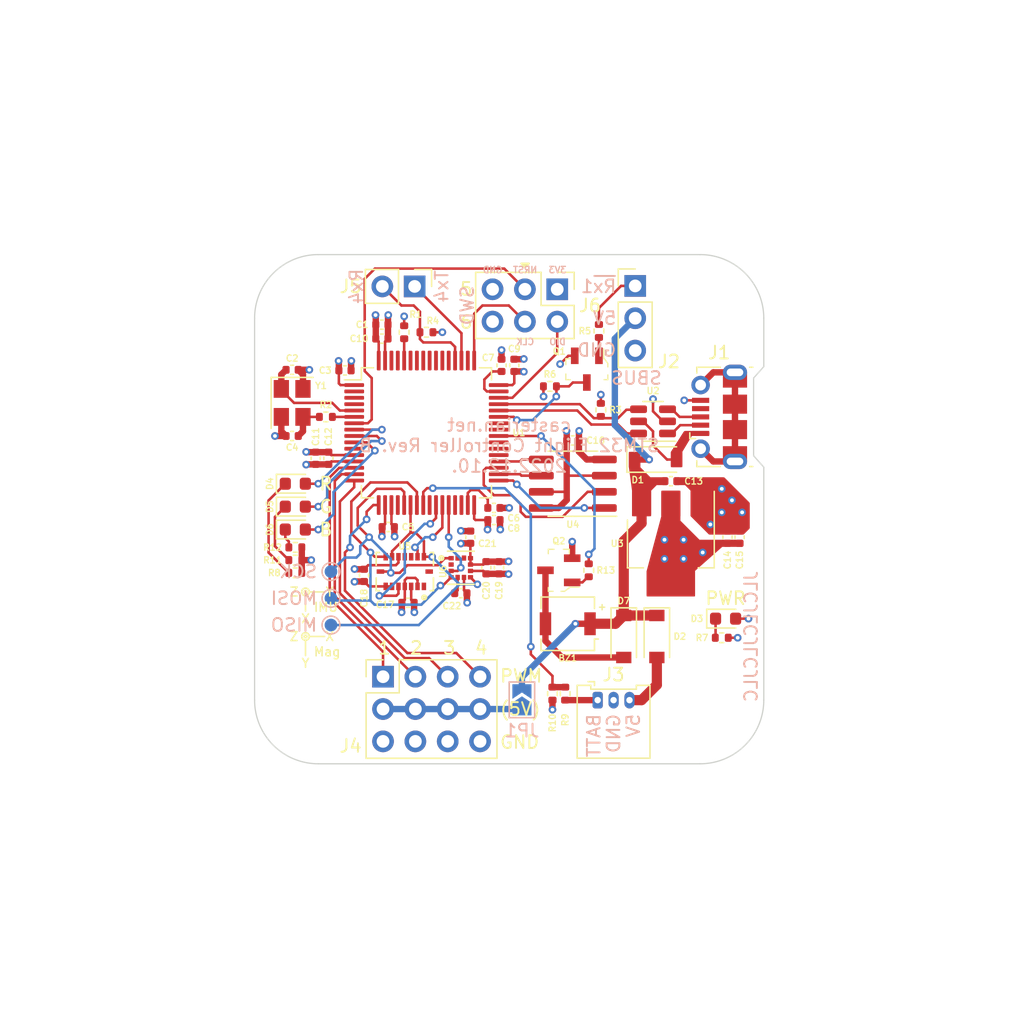
<source format=kicad_pcb>
(kicad_pcb (version 20211014) (generator pcbnew)
  (layers (0 "F.Cu" signal) (1 "In1.Cu" power) (2 "In2.Cu" power) (31 "B.Cu" signal) (34 "B.Paste" user) (35 "F.Paste" user) (36 "B.SilkS" user "B.Silkscreen") (37 "F.SilkS" user "F.Silkscreen") (38 "B.Mask" user) (39 "F.Mask" user) (44 "Edge.Cuts" user))
  (net 0 "")
  (net 1 "GND")
  (net 2 "/NRST")
  (net 3 "/OSC_IN")
  (net 4 "/OSC_OUT")
  (net 5 "/VCAP1")
  (net 6 "/VCAP2")
  (net 7 "+5V")
  (net 8 "VBUS")
  (net 9 "/USB_CONN_D-")
  (net 10 "/USB_CONN_D+")
  (net 12 "unconnected-(J1-Pad6)")
  (net 13 "/UART1_RX")
  (net 14 "Net-(Q1-Pad1)")
  (net 15 "/BOOT0")
  (net 16 "+3.3V")
  (net 17 "/UART1_RX_INV")
  (net 21 "/LED_RED")
  (net 22 "/LED_GREEN")
  (net 23 "/LED_BLUE")
  (net 25 "/TIM5_CH1")
  (net 26 "/TIM5_CH2")
  (net 27 "/TIM5_CH3")
  (net 28 "/TIM5_CH4")
  (net 29 "/SPI1_SCK")
  (net 30 "/SPI1_MISO")
  (net 31 "/SPI1_MOSI")
  (net 34 "/ACC_NSS")
  (net 35 "/GYRO_NSS")
  (net 36 "/MAG_NSS")
  (net 39 "/FLASH_NSS")
  (net 40 "/SPI2_SCK")
  (net 44 "/USB_D-")
  (net 45 "/USB_D+")
  (net 46 "/SWDIO")
  (net 47 "/SWCLK")
  (net 48 "Net-(D2-Pad2)")
  (net 49 "/UART4_TX")
  (net 50 "/UART4_RX")
  (net 51 "Net-(D4-Pad1)")
  (net 52 "Net-(D5-Pad1)")
  (net 57 "/SPI2_MISO")
  (net 58 "/SPI2_MOSI")
  (net 60 "/PWM_5V")
  (net 70 "/Sensors/MAG_C1")
  (net 72 "Net-(C4-Pad1)")
  (net 73 "Net-(D6-Pad1)")
  (net 74 "+BATT")
  (net 75 "/V_BATT")
  (net 81 "Net-(D3-Pad1)")
  (net 82 "/TIM3_CH4")
  (net 83 "Net-(BZ1-Pad2)")
  (net 84 "Net-(Q2-Pad1)")
  (footprint "Resistor_SMD:R_0402_1005Metric" (layer "F.Cu") (at 143.5 86.1 180)
    (fp_text reference "R4")
    (fp_text value "10k")
  )
  (footprint "Resistor_SMD:R_0402_1005Metric" (layer "F.Cu") (at 135.6 92.75)
    (fp_text reference "R2")
    (fp_text value "470")
  )
  (footprint "digikey-footprints:SOT-23-3" (layer "F.Cu") (at 156.1 89 -90)
    (fp_text reference "Q1")
    (fp_text value "S9013")
  )
  (footprint "Capacitor_SMD:C_0402_1005Metric" (layer "F.Cu") (at 132.95 94.25 180)
    (fp_text reference "C4")
    (fp_text value "10pF")
  )
  (footprint "Resistor_SMD:R_0402_1005Metric" (layer "F.Cu") (at 154.4 114.49 90)
    (fp_text reference "R9")
    (fp_text value "1k")
  )
  (footprint "Capacitor_SMD:C_0402_1005Metric" (layer "F.Cu") (at 155 94.6)
    (fp_text reference "C16")
    (fp_text value "100nF")
  )
  (footprint "Connector_PinHeader_2.54mm:PinHeader_1x02_P2.54mm_Vertical" (layer "F.Cu") (at 142.575 82.5 -90)
    (fp_text reference "J5")
    (fp_text value "2.54mm Male")
  )
  (footprint "Capacitor_SMD:C_0402_1005Metric" (layer "F.Cu") (at 134.8 96 90)
    (fp_text reference "C11")
    (fp_text value "1uF")
  )
  (footprint "Resistor_SMD:R_0402_1005Metric" (layer "F.Cu") (at 156.25 104.8 -90)
    (fp_text reference "R13")
    (fp_text value "180")
  )
  (footprint "Connector_Molex:Molex_PicoBlade_53048-0310_1x03_P1.25mm_Horizontal" (layer "F.Cu") (at 156.95 115)
    (fp_text reference "J3")
    (fp_text value "Molex 53048-03")
  )
  (footprint "Capacitor_SMD:C_0402_1005Metric" (layer "F.Cu") (at 148.2 104.6 -90)
    (fp_text reference "C20")
    (fp_text value "100nF")
  )
  (footprint "Capacitor_SMD:C_0402_1005Metric" (layer "F.Cu") (at 148.8 100.85)
    (fp_text reference "C8")
    (fp_text value "100nF")
  )
  (footprint "Capacitor_SMD:C_0402_1005Metric" (layer "F.Cu") (at 137.1 89.1)
    (fp_text reference "C3")
    (fp_text value "100nF")
  )
  (footprint "Resistor_SMD:R_0402_1005Metric" (layer "F.Cu") (at 133.2 105)
    (fp_text reference "R8")
    (fp_text value "1k")
  )
  (footprint "LED_SMD:LED_0603_1608Metric" (layer "F.Cu") (at 133.2 99.8)
    (fp_text reference "D5")
    (fp_text value "Green")
  )
  (footprint "Resistor_SMD:R_0402_1005Metric" (layer "F.Cu") (at 153.2 90.35)
    (fp_text reference "R6")
    (fp_text value "10k")
  )
  (footprint "Resistor_SMD:R_0402_1005Metric" (layer "F.Cu") (at 166.7 110.1)
    (fp_text reference "R7")
    (fp_text value "1k")
  )
  (footprint "Package_TO_SOT_SMD:SOT-223-3_TabPin2" (layer "F.Cu") (at 162.7 102.7 -90)
    (fp_text reference "U3")
    (fp_text value "AMS1117-3.3")
  )
  (footprint "Package_QFP:LQFP-64_10x10mm_P0.5mm" (layer "F.Cu") (at 143.5 94)
    (fp_text reference "U1")
    (fp_text value "STM32F405RGTx")
  )
  (footprint "Capacitor_SMD:C_0402_1005Metric" (layer "F.Cu") (at 148.8 99.9 180)
    (fp_text reference "C6")
    (fp_text value "2.2uF")
  )
  (footprint "Capacitor_SMD:C_0402_1005Metric" (layer "F.Cu") (at 149.2 104.6 -90)
    (fp_text reference "C19")
    (fp_text value "10uF")
  )
  (footprint "Resistor_SMD:R_0402_1005Metric" (layer "F.Cu") (at 133.2 103)
    (fp_text reference "R12")
    (fp_text value "1k")
  )
  (footprint "Capacitor_SMD:C_0402_1005Metric" (layer "F.Cu") (at 149.4 88.7 90)
    (fp_text reference "C7")
    (fp_text value "2.2uF")
  )
  (footprint "Custom_Parts:PQFN50P450X300X100-16N" (layer "F.Cu") (at 141.8 104.9 180)
    (fp_text reference "U5")
    (fp_text value "BMI088")
  )
  (footprint "Capacitor_SMD:C_0402_1005Metric" (layer "F.Cu") (at 150.4 88.7 90)
    (fp_text reference "C9")
    (fp_text value "100nF")
  )
  (footprint "Resistor_SMD:R_0402_1005Metric" (layer "F.Cu") (at 157.05 86 -90)
    (fp_text reference "R5")
    (fp_text value "1k")
  )
  (footprint "MountingHole:MountingHole_3.2mm_M3" (layer "F.Cu") (at 165.25 84.75)
    (fp_text reference "H2" hide)
    (fp_text value "MountingHole")
  )
  (footprint "Connector_USB:USB_Micro-B_Molex-105017-0001" (layer "F.Cu") (at 166.5 92.75 90)
    (fp_text reference "J1")
    (fp_text value "USB_B_Micro")
  )
  (footprint "Capacitor_SMD:C_0402_1005Metric" (layer "F.Cu") (at 167.15 102.2 90)
    (fp_text reference "C14")
    (fp_text value "100nF")
  )
  (footprint "digikey-footprints:SOT-23-3" (layer "F.Cu") (at 153.9 104.8 180)
    (fp_text reference "Q2")
    (fp_text value "S9013")
  )
  (footprint "Resistor_SMD:R_0402_1005Metric" (layer "F.Cu") (at 133.2 104)
    (fp_text reference "R11")
    (fp_text value "1k")
  )
  (footprint "Capacitor_SMD:C_0402_1005Metric" (layer "F.Cu") (at 135.8 96 90)
    (fp_text reference "C12")
    (fp_text value "100nF")
  )
  (footprint "LED_SMD:LED_0603_1608Metric" (layer "F.Cu") (at 133.2 101.6)
    (fp_text reference "D6")
    (fp_text value "Blue")
  )
  (footprint "Capacitor_SMD:C_0402_1005Metric" (layer "F.Cu") (at 138.6 105.2 -90)
    (fp_text reference "C18")
    (fp_text value "100nF")
  )
  (footprint "MountingHole:MountingHole_3.2mm_M3" (layer "F.Cu") (at 134.75 115.25)
    (fp_text reference "H3" hide)
    (fp_text value "MountingHole")
  )
  (footprint "Resistor_SMD:R_0402_1005Metric" (layer "F.Cu") (at 153.4 114.49 -90)
    (fp_text reference "R10")
    (fp_text value "1k")
  )
  (footprint "FUET-4020:FUET-4020" (layer "F.Cu") (at 154.6 109 180)
    (fp_text reference "BZ1")
    (fp_text value "FUET-4020")
  )
  (footprint "Capacitor_SMD:C_0402_1005Metric" (layer "F.Cu") (at 146.2 106.6)
    (fp_text reference "C22")
    (fp_text value "220nF")
  )
  (footprint "Capacitor_SMD:C_0402_1005Metric" (layer "F.Cu") (at 146.95 102.2 90)
    (fp_text reference "C21")
    (fp_text value "100nF")
  )
  (footprint "Capacitor_SMD:C_0402_1005Metric" (layer "F.Cu") (at 132.95 89.05 180)
    (fp_text reference "C2")
    (fp_text value "10pF")
  )
  (footprint "Capacitor_SMD:C_0402_1005Metric" (layer "F.Cu") (at 140.5 101.4 180)
    (fp_text reference "C5")
    (fp_text value "100nF")
  )
  (footprint "Capacitor_SMD:C_0402_1005Metric" (layer "F.Cu") (at 142.05 107.35 180)
    (fp_text reference "C17")
    (fp_text value "100nF")
  )
  (footprint "Crystal:Crystal_SMD_Abracon_ABM8G-4Pin_3.2x2.5mm" (layer "F.Cu") (at 132.95 91.65 -90)
    (fp_text reference "Y1")
    (fp_text value "16MHz")
  )
  (footprint "Resistor_SMD:R_0402_1005Metric" (layer "F.Cu") (at 141.75 86.1 90)
    (fp_text reference "R1")
    (fp_text value "100k")
  )
  (footprint "Capacitor_SMD:C_0402_1005Metric" (layer "F.Cu") (at 162.7 97.8)
    (fp_text reference "C13")
    (fp_text value "10uF")
  )
  (footprint "MountingHole:MountingHole_3.2mm_M3" (layer "F.Cu") (at 134.75 84.75)
    (fp_text reference "H1" hide)
    (fp_text value "MountingHole")
  )
  (footprint "Package_SO:SOIC-8_3.9x4.9mm_P1.27mm" (layer "F.Cu") (at 155 98 180)
    (fp_text reference "U4")
    (fp_text value "W25X40CLSN")
  )
  (footprint "LED_SMD:LED_0603_1608Metric" (layer "F.Cu") (at 133.2 98)
    (fp_text reference "D4")
    (fp_text value "Red")
  )
  (footprint "Diode_SMD:D_SOD-123" (layer "F.Cu") (at 161.6 110 -90)
    (fp_text reference "D2")
    (fp_text value "B5819W")
  )
  (footprint "Capacitor_SMD:C_0402_1005Metric" (layer "F.Cu") (at 168.1 102.2 90)
    (fp_text reference "C15")
    (fp_text value "10uF")
  )
  (footprint "Custom_Parts:PQFN50P200X200X70-12N" (layer "F.Cu") (at 146.2 104.6)
    (fp_text reference "U6")
    (fp_text value "LIS2MDLTR")
  )
  (footprint "Custom_Parts:PWM_Conn_3x04" (layer "F.Cu") (at 143.9 115.7)
    (fp_text reference "J4")
    (fp_text value "PWM_Conn_3x04")
  )
  (footprint "MountingHole:MountingHole_3.2mm_M3" (layer "F.Cu") (at 165.25 115.25)
    (fp_text reference "H4" hide)
    (fp_text value "MountingHole")
  )
  (footprint "Diode_SMD:D_SOD-123" (layer "F.Cu") (at 159 110 -90)
    (fp_text reference "D7")
    (fp_text value "B5819W")
  )
  (footprint "Package_TO_SOT_SMD:SOT-23-6" (layer "F.Cu") (at 161.3 93.1 180)
    (fp_text reference "U2")
    (fp_text value "USBLC6-2SC6")
  )
  (footprint "Connector_PinHeader_2.54mm:PinHeader_1x03_P2.54mm_Vertical" (layer "F.Cu") (at 159.9 82.46)
    (fp_text reference "J2")
    (fp_text value "2.54mm Male")
  )
  (footprint "Connector_PinHeader_2.54mm:PinHeader_2x03_P2.54mm_Vertical" (layer "F.Cu") (at 153.775 82.725 -90)
    (fp_text reference "J6")
    (fp_text value "2.54mm Male")
  )
  (footprint "Diode_SMD:D_SOD-123" (layer "F.Cu") (at 161.5 96.1)
    (fp_text reference "D1")
    (fp_text value "B5819W")
  )
  (footprint "Resistor_SMD:R_0402_1005Metric" (layer "F.Cu") (at 157.2 92.2 -90)
    (fp_text reference "R3")
    (fp_text value "1.5k")
  )
  (footprint "Capacitor_SMD:C_0402_1005Metric" (layer "F.Cu") (at 140 86.6)
    (fp_text reference "C10")
    (fp_text value "100nF")
  )
  (footprint "Capacitor_SMD:C_0402_1005Metric" (layer "F.Cu") (at 140 85.5)
    (fp_text reference "C1")
    (fp_text value "10uF")
  )
  (footprint "LED_SMD:LED_0603_1608Metric" (layer "F.Cu") (at 167 108.6)
    (fp_text reference "D3")
    (fp_text value "Red")
  )
  (footprint "TestPoint:TestPoint_Pad_D1.0mm" (layer "B.Cu") (at 136 109.1 180)
    (fp_text reference "TP2" hide)
    (fp_text value "TestPoint")
  )
  (footprint "TestPoint:TestPoint_Pad_D1.0mm" (layer "B.Cu") (at 136 107 180)
    (fp_text reference "TP3" hide)
    (fp_text value "TestPoint")
  )
  (footprint "Jumper:SolderJumper-2_P1.3mm_Open_TrianglePad1.0x1.5mm" (layer "B.Cu") (at 151 114.975 90)
    (fp_text reference "JP1")
    (fp_text value "Jumper")
  )
  (footprint "TestPoint:TestPoint_Pad_D1.0mm" (layer "B.Cu") (at 136 104.9 180)
    (fp_text reference "TP1" hide)
    (fp_text value "TestPoint")
  )
  (gr_circle (center 134 110) (end 134.05 110) (layer "F.SilkS") (width 0.12) (fill none))
  (gr_circle (center 134 110) (end 134.3 110) (layer "F.SilkS") (width 0.12) (fill none))
  (gr_poly (pts (xy 151.25 81) (xy 150.95 80.7) (xy 151.55 80.7)) (layer "F.SilkS") (width 0.15) (fill solid))
  (gr_line (start 134 106.8) (end 134 108) (layer "F.SilkS") (width 0.12))
  (gr_circle (center 134 106.5) (end 134.05 106.5) (layer "F.SilkS") (width 0.12) (fill none))
  (gr_line (start 134.3 106.5) (end 135.5 106.5) (layer "F.SilkS") (width 0.12))
  (gr_line (start 134.3 110) (end 135.5 110) (layer "F.SilkS") (width 0.12))
  (gr_line (start 134 110.3) (end 134 111.5) (layer "F.SilkS") (width 0.12))
  (gr_circle (center 134 106.5) (end 134.3 106.5) (layer "F.SilkS") (width 0.12) (fill none))
  (gr_line (start 169.2 95.8) (end 170 96.7) (layer "Edge.Cuts") (width 0.1))
  (gr_arc (start 135 120) (mid 131.464466 118.535534) (end 130 115) (layer "Edge.Cuts") (width 0.1))
  (gr_arc (start 170 115) (mid 168.535534 118.535534) (end 165 120) (layer "Edge.Cuts") (width 0.1))
  (gr_arc (start 165 80) (mid 168.535534 81.464466) (end 170 85) (layer "Edge.Cuts") (width 0.1))
  (gr_arc (start 130 85) (mid 131.464466 81.464466) (end 135 80) (layer "Edge.Cuts") (width 0.1))
  (gr_line (start 170 88.8) (end 169.2 89.7) (layer "Edge.Cuts") (width 0.1))
  (gr_line (start 170 96.7) (end 170 115) (layer "Edge.Cuts") (width 0.1))
  (gr_line (start 170 85) (end 170 88.8) (layer "Edge.Cuts") (width 0.1))
  (gr_line (start 165 120) (end 135 120) (layer "Edge.Cuts") (width 0.1))
  (gr_line (start 130 115) (end 130 85) (layer "Edge.Cuts") (width 0.1))
  (gr_line (start 135 80) (end 165 80) (layer "Edge.Cuts") (width 0.1))
  (gr_line (start 169.2 89.7) (end 169.2 95.8) (layer "Edge.Cuts") (width 0.1))
  (gr_text "GND" (at 158.5 87.5) (layer "B.SilkS") (effects (font (size 1 1)) (justify left mirror)))
  (gr_text "3V3" (at 153.8 81.2) (layer "B.SilkS") (effects (font (size 0.5 0.5) (thickness 0.1)) (justify mirror)))
  (gr_text "5V" (at 159.75 116 90) (layer "B.SilkS") (effects (font (size 1 1)) (justify left mirror)))
  (gr_text "BATT" (at 156.65 116 90) (layer "B.SilkS") (effects (font (size 1 1)) (justify left mirror)))
  (gr_text "SBUS" (at 160 89.7) (layer "B.SilkS") (effects (font (size 1 1)) (justify mirror)))
  (gr_text "GND" (at 158.2 116 90) (layer "B.SilkS") (effects (font (size 1 1)) (justify left mirror)))
  (gr_text "Rx4" (at 138 82.5 90) (layer "B.SilkS") (effects (font (size 1 1)) (justify mirror)))
  (gr_text "casterian.net\nSTM32 Flight Controller Rev. B\n2022.12.10." (at 150 95) (layer "B.SilkS") (effects (font (size 1 1)) (justify mirror)))
  (gr_text "MISO" (at 135 109.1) (layer "B.SilkS") (effects (font (size 1 1)) (justify left mirror)))
  (gr_text "Tx4" (at 144.7 82.5 90) (layer "B.SilkS") (effects (font (size 1 1)) (justify mirror)))
  (gr_text "CLK" (at 151.25 86.85) (layer "B.SilkS") (effects (font (size 0.5 0.5) (thickness 0.1)) (justify mirror)))
  (gr_text "DIO" (at 153.8 86.85) (layer "B.SilkS") (effects (font (size 0.5 0.5) (thickness 0.1)) (justify mirror)))
  (gr_text "JLCJLCJLCJLC" (at 169 110 90) (layer "B.SilkS") (effects (font (size 1 1)) (justify mirror)))
  (gr_text "SWD" (at 146.7 84 90) (layer "B.SilkS") (effects (font (size 1 1)) (justify mirror)))
  (gr_text "NRST" (at 151.25 81.2) (layer "B.SilkS") (effects (font (size 0.5 0.5) (thickness 0.1)) (justify mirror)))
  (gr_text "5V" (at 158.5 85) (layer "B.SilkS") (effects (font (size 1 1)) (justify left mirror)))
  (gr_text "MOSI" (at 135 107) (layer "B.SilkS") (effects (font (size 1 1)) (justify left mirror)))
  (gr_text "SCK" (at 135 104.9) (layer "B.SilkS") (effects (font (size 1 1)) (justify left mirror)))
  (gr_text "~{Rx}1" (at 158.5 82.5) (layer "B.SilkS") (effects (font (size 1 1)) (justify left mirror)))
  (gr_text "GND" (at 148.7 81.2) (layer "B.SilkS") (effects (font (size 0.5 0.5) (thickness 0.1)) (justify mirror)))
  (gr_text "2" (at 142.7 110.9) (layer "F.SilkS") (effects (font (size 1 1))))
  (gr_text "IMU" (at 135.6 107.7) (layer "F.SilkS") (effects (font (size 0.7 0.7) (thickness 0.12))))
  (gr_text "B" (at 135 101.6) (layer "F.SilkS") (effects (font (size 1 1)) (justify left)))
  (gr_text "(5V)" (at 149.2 115.7) (layer "F.SilkS") (effects (font (size 1 1)) (justify left)))
  (gr_text "Y" (at 135.9 106.5) (layer "F.SilkS") (effects (font (size 0.7 0.7) (thickness 0.12))))
  (gr_text "3" (at 145.3 110.9) (layer "F.SilkS") (effects (font (size 1 1))))
  (gr_text "Y" (at 134 112.1) (layer "F.SilkS") (effects (font (size 0.7 0.7) (thickness 0.12))))
  (gr_text "X" (at 135.9 110) (layer "F.SilkS") (effects (font (size 0.7 0.7) (thickness 0.12))))
  (gr_text "R" (at 135 98) (layer "F.SilkS") (effects (font (size 1 1)) (justify left)))
  (gr_text "5" (at 147.2 82.7) (layer "F.SilkS") (effects (font (size 1 1)) (justify right)))
  (gr_text "PWR" (at 167 107) (layer "F.SilkS") (effects (font (size 1 1))))
  (gr_text "PWM" (at 149.2 113.1) (layer "F.SilkS") (effects (font (size 1 1)) (justify left)))
  (gr_text "Mag" (at 135.7 111.2) (layer "F.SilkS") (effects (font (size 0.7 0.7) (thickness 0.12))))
  (gr_text "X" (at 134 108.6) (layer "F.SilkS") (effects (font (size 0.7 0.7) (thickness 0.12))))
  (gr_text "G" (at 135 99.8) (layer "F.SilkS") (effects (font (size 1 1)) (justify left)))
  (gr_text "1" (at 140.2 110.9) (layer "F.SilkS") (effects (font (size 1 1))))
  (gr_text "GND" (at 149.2 118.3) (layer "F.SilkS") (effects (font (size 1 1)) (justify left)))
  (gr_text "6" (at 147.2 85.3) (layer "F.SilkS") (effects (font (size 1 1)) (justify right)))
  (gr_text "Z" (at 133.1 106.5) (layer "F.SilkS") (effects (font (size 0.7 0.7) (thickness 0.12))))
  (gr_text "4" (at 147.8 110.9) (layer "F.SilkS") (effects (font (size 1 1))))
  (gr_text "Z" (at 133.1 110) (layer "F.SilkS") (effects (font (size 0.7 0.7) (thickness 0.12))))
  (segment (start 146.45 106.37) (end 146.68 106.6) (width 0.2) (layer "F.Cu") (net 1))
  (segment (start 146.68 106.6) (end 146.68 107.33) (width 0.5) (layer "F.Cu") (net 1))
  (segment (start 137.58 89.1) (end 137.58 88.37) (width 0.5) (layer "F.Cu") (net 1))
  (segment (start 156.095 96.095) (end 155.48 95.48) (width 0.5) (layer "F.Cu") (net 1))
  (segment (start 155.15 87.95) (end 154.65 87.95) (width 0.2) (layer "F.Cu") (net 1))
  (segment (start 133.71 104) (end 133.71 105) (width 0.5) (layer "F.Cu") (net 1))
  (segment (start 146.95 101.72) (end 146.22 101.72) (width 0.5) (layer "F.Cu") (net 1))
  (segment (start 141.8 106.065) (end 141.8 107.12) (width 0.2) (layer "F.Cu") (net 1))
  (segment (start 132.47 94.25) (end 131.6 94.25) (width 0.5) (layer "F.Cu") (net 1))
  (segment (start 149.4 88.22) (end 149.4 87.5) (width 0.5) (layer "F.Cu") (net 1))
  (segment (start 154.65 87.95) (end 154 88.6) (width 0.2) (layer "F.Cu") (net 1))
  (segment (start 157.475 96.095) (end 156.095 96.095) (width 0.5) (layer "F.Cu") (net 1))
  (segment (start 140.25 86.83) (end 140.48 86.6) (width 0.2) (layer "F.Cu") (net 1))
  (segment (start 133.43 89.05) (end 134.3 89.05) (width 0.5) (layer "F.Cu") (net 1))
  (segment (start 150.4 88.22) (end 151.13 88.22) (width 0.5) (layer "F.Cu") (net 1))
  (segment (start 140.3 106.065) (end 138.985 106.065) (width 0.2) (layer "F.Cu") (net 1))
  (segment (start 132.1 93.88) (end 132.47 94.25) (width 0.5) (layer "F.Cu") (net 1))
  (segment (start 149.28 101.58) (end 149.3 101.6) (width 0.5) (layer "F.Cu") (net 1))
  (segment (start 153.4 115) (end 153.4 115.75) (width 0.5) (layer "F.Cu") (net 1))
  (segment (start 141.8 107.12) (end 141.57 107.35) (width 0.2) (layer "F.Cu") (net 1))
  (segment (start 140.25 88.325) (end 140.25 86.83) (width 0.2) (layer "F.Cu") (net 1))
  (segment (start 162.4375 93.1) (end 162.088604 93.1) (width 0.2) (layer "F.Cu") (net 1))
  (segment (start 137.58 88.37) (end 137.6 88.35) (width 0.5) (layer "F.Cu") (net 1))
  (segment (start 134.07 95.52) (end 134.05 95.5) (width 0.5) (layer "F.Cu") (net 1))
  (segment (start 135.8 95.52) (end 134.8 95.52) (width 0.5) (layer "F.Cu") (net 1))
  (segment (start 154.95 103.85) (end 154.95 102.55) (width 0.5) (layer "F.Cu") (net 1))
  (segment (start 140.48 86.6) (end 140.48 85.5) (width 0.5) (layer "F.Cu") (net 1))
  (segment (start 146.68 107.33) (end 146.7 107.35) (width 0.5) (layer "F.Cu") (net 1))
  (segment (start 162.088604 93.1) (end 161.3 92.311396) (width 0.2) (layer "F.Cu") (net 1))
  (segment (start 133.8 89.42) (end 133.43 89.05) (width 0.5) (layer "F.Cu") (net 1))
  (segment (start 146.22 101.72) (end 146.2 101.7) (width 0.5) (layer "F.Cu") (net 1))
  (segment (start 140.25 101.17) (end 140.02 101.4) (width 0.2) (layer "F.Cu") (net 1))
  (segment (start 133.71 103) (end 133.71 104) (width 0.5) (layer "F.Cu") (net 1))
  (segment (start 138.6 105.68) (end 137.87 105.68) (width 0.5) (layer "F.Cu") (net 1))
  (segment (start 138.985 106.065) (end 138.6 105.68) (width 0.2) (layer "F.Cu") (net 1))
  (segment (start 140.8 106.065) (end 140.3 106.065) (width 0.2) (layer "F.Cu") (net 1))
  (segment (start 167.21 110.1) (end 167.95 110.1) (width 0.2) (layer "F.Cu") (net 1))
  (segment (start 155.48 93.87) (end 155.5 93.85) (width 0.5) (layer "F.Cu") (net 1))
  (segment (start 141.97 105.4) (end 141.8 105.57) (width 0.2) (layer "F.Cu") (net 1))
  (segment (start 140.25 99.675) (end 140.25 101.17) (width 0.2) (layer "F.Cu") (net 1))
  (segment (start 141.57 108.08) (end 141.55 108.1) (width 0.5) (layer "F.Cu") (net 1))
  (segment (start 146.96 104.85) (end 147.97 104.85) (width 0.2) (layer "F.Cu") (net 1))
  (segment (start 142.8 106.065) (end 142.8 105.57) (width 0.2) (layer "F.Cu") (net 1))
  (segment (start 149.28 100.85) (end 149.28 101.58) (width 0.5) (layer "F.Cu") (net 1))
  (segment (start 137.87 105.68) (end 137.85 105.7) (width 0.5) (layer "F.Cu") (net 1))
  (segment (start 140.02 101.4) (end 140.02 102.13) (width 0.5) (layer "F.Cu") (net 1))
  (segment (start 140.48 85.5) (end 140.48 84.77) (width 0.5) (layer "F.Cu") (net 1))
  (segment (start 148.2 105.08) (end 149.2 105.08) (width 0.5) (layer "F.Cu") (net 1))
  (segment (start 133.71 104) (end 134.45 104) (width 0.5) (layer "F.Cu") (net 1))
  (segment (start 141.75 85.59) (end 141.75 84.85) (width 0.2) (layer "F.Cu") (net 1))
  (segment (start 140.48 84.77) (end 140.5 84.75) (width 0.5) (layer "F.Cu") (net 1))
  (segment (start 134.8 95.52) (end 134.07 95.52) (width 0.5) (layer "F.Cu") (net 1))
  (segment (start 141.8 105.57) (end 141.8 106.065) (width 0.2) (layer "F.Cu") (net 1))
  (segment (start 140.02 102.13) (end 140 102.15) (width 0.5) (layer "F.Cu") (net 1))
  (segment (start 151.13 88.22) (end 151.15 88.2) (width 0.5) (layer "F.Cu") (net 1))
  (segment (start 136.03 95.75) (end 135.8 95.52) (width 0.2) (layer "F.Cu") (net 1))
  (segment (start 161.3 92.311396) (end 161.3 91.35) (width 0.2) (layer "F.Cu") (net 1))
  (segment (start 132.1 92.75) (end 132.1 93.88) (width 0.5) (layer "F.Cu") (net 1))
  (segment (start 149.2 105.08) (end 149.93 105.08) (width 0.5) (layer "F.Cu") (net 1))
  (segment (start 142.8 105.57) (end 142.63 105.4) (width 0.2) (layer "F.Cu") (net 1))
  (segment (start 133.8 90.55) (end 133.8 89.42) (width 0.5) (layer "F.Cu") (net 1))
  (segment (start 146.45 105.36) (end 146.45 106.37) (width 0.2) (layer "F.Cu") (net 1))
  (segment (start 142.63 105.4) (end 141.97 105.4) (width 0.2) (layer "F.Cu") (net 1))
  (segment (start 141.57 107.35) (end 141.57 108.08) (width 0.5) (layer "F.Cu") (net 1))
  (segment (start 149.93 105.08) (end 149.95 105.1) (width 0.5) (layer "F.Cu") (net 1))
  (segment (start 155.48 95.48) (end 155.48 94.6) (width 0.5) (layer "F.Cu") (net 1))
  (segment (start 136.03 95.75) (end 137.825 95.75) (width 0.2) (layer "F.Cu") (net 1))
  (segment (start 149.28 99.9) (end 150 99.9) (width 0.5) (layer "F.Cu") (net 1))
  (segment (start 147.97 104.85) (end 148.2 105.08) (width 0.2) (layer "F.Cu") (net 1))
  (segment (start 155.48 94.6) (end 155.48 93.87) (width 0.5) (layer "F.Cu") (net 1))
  (segment (start 165.0375 91.45) (end 163.75 91.45) (width 0.2) (layer "F.Cu") (net 1))
  (via (at 131.6 94.25) (size 0.6) (drill 0.3) (layers "F.Cu" "B.Cu") (net 1))
  (via (at 137.6 88.35) (size 0.6) (drill 0.3) (layers "F.Cu" "B.Cu") (net 1))
  (via (at 167.95 110.1) (size 0.6) (drill 0.3) (layers "F.Cu" "B.Cu") (net 1))
  (via (at 141.75 84.85) (size 0.6) (drill 0.3) (layers "F.Cu" "B.Cu") (net 1))
  (via (at 153.4 115.75) (size 0.6) (drill 0.3) (layers "F.Cu" "B.Cu") (net 1))
  (via (at 134.45 104) (size 0.6) (drill 0.3) (layers "F.Cu" "B.Cu") (net 1))
  (via (at 134.3 89.05) (size 0.6) (drill 0.3) (layers "F.Cu" "B.Cu") (net 1))
  (via (at 166.7 98.4) (size 0.6) (drill 0.3) (layers "F.Cu" "B.Cu") (net 1))
  (via (at 155.5 93.85) (size 0.6) (drill 0.3) (layers "F.Cu" "B.Cu") (net 1))
  (via (at 165.8 101.2) (size 0.6) (drill 0.3) (layers "F.Cu" "B.Cu") (net 1))
  (via (at 154.95 102.55) (size 0.6) (drill 0.3) (layers "F.Cu" "B.Cu") (net 1))
  (via (at 149.95 105.1) (size 0.6) (drill 0.3) (layers "F.Cu" "B.Cu") (net 1))
  (via (at 141.55 108.1) (size 0.6) (drill 0.3) (layers "F.Cu" "B.Cu") (net 1))
  (via (at 140.5 84.75) (size 0.6) (drill 0.3) (layers "F.Cu" "B.Cu") (net 1))
  (via (at 168.3 100.25) (size 0.6) (drill 0.3) (layers "F.Cu" "B.Cu") (net 1))
  (via (at 149.4 87.5) (size 0.6) (drill 0.3) (layers "F.Cu" "B.Cu") (net 1))
  (via (at 166.7 100.25) (size 0.6) (drill 0.3) (layers "F.Cu" "B.Cu") (net 1))
  (via (at 146.2 101.7) (size 0.6) (drill 0.3) (layers "F.Cu" "B.Cu") (net 1))
  (via (at 140 102.15) (size 0.6) (drill 0.3) (layers "F.Cu" "B.Cu") (net 1))
  (via (at 149.3 101.6) (size 0.6) (drill 0.3) (layers "F.Cu" "B.Cu") (net 1))
  (via (at 146.7 107.35) (size 0.6) (drill 0.3) (layers "F.Cu" "B.Cu") (net 1))
  (via (at 163.75 91.45) (size 0.6) (drill 0.3) (layers "F.Cu" "B.Cu") (net 1))
  (via (at 167.5 99.3) (size 0.6) (drill 0.3) (layers "F.Cu" "B.Cu") (net 1))
  (via (at 161.3 91.35) (size 0.6) (drill 0.3) (layers "F.Cu" "B.Cu") (net 1))
  (via (at 150 99.9) (size 0.6) (drill 0.3) (layers "F.Cu" "B.Cu") (net 1))
  (via (at 137.85 105.7) (size 0.6) (drill 0.3) (layers "F.Cu" "B.Cu") (net 1))
  (via (at 151.15 88.2) (size 0.6) (drill 0.3) (layers "F.Cu" "B.Cu") (net 1))
  (via (at 154 88.6) (size 0.6) (drill 0.3) (layers "F.Cu" "B.Cu") (net 1))
  (via (at 134.05 95.5) (size 0.6) (drill 0.3) (layers "F.Cu" "B.Cu") (net 1))
  (segment (start 137.825 93.25) (end 138.9 93.25) (width 0.2) (layer "F.Cu") (net 2))
  (segment (start 139.2 92.95) (end 139.2 89.7) (width 0.2) (layer "F.Cu") (net 2))
  (segment (start 138.65 81.9) (end 139.45 81.1) (width 0.2) (layer "F.Cu") (net 2))
  (segment (start 149.61 81.1) (end 151.235 82.725) (width 0.2) (layer "F.Cu") (net 2))
  (segment (start 138.9 93.25) (end 139.2 92.95) (width 0.2) (layer "F.Cu") (net 2))
  (segment (start 138.65 89.15) (end 138.65 81.9) (width 0.2) (layer "F.Cu") (net 2))
  (segment (start 139.2 89.7) (end 138.65 89.15) (width 0.2) (layer "F.Cu") (net 2))
  (segment (start 139.45 81.1) (end 149.61 81.1) (width 0.2) (layer "F.Cu") (net 2))
  (segment (start 133.1 91.65) (end 136.1 91.65) (width 0.2) (layer "F.Cu") (net 3))
  (segment (start 132.1 90.55) (end 132.1 90.65) (width 0.2) (layer "F.Cu") (net 3))
  (segment (start 132.1 90.55) (end 132.1 89.42) (width 0.5) (layer "F.Cu") (net 3))
  (segment (start 136.1 91.65) (end 136.7 92.25) (width 0.2) (layer "F.Cu") (net 3))
  (segment (start 132.1 90.65) (end 133.1 91.65) (width 0.2) (layer "F.Cu") (net 3))
  (segment (start 132.1 89.42) (end 132.47 89.05) (width 0.5) (layer "F.Cu") (net 3))
  (segment (start 136.7 92.25) (end 137.825 92.25) (width 0.2) (layer "F.Cu") (net 3))
  (segment (start 137.825 92.75) (end 136.11 92.75) (width 0.2) (layer "F.Cu") (net 4))
  (segment (start 146.975 98.5) (end 147.6 98.5) (width 0.2) (layer "F.Cu") (net 5))
  (segment (start 146.75 99.675) (end 146.75 98.725) (width 0.2) (layer "F.Cu") (net 5))
  (segment (start 146.75 98.725) (end 146.975 98.5) (width 0.2) (layer "F.Cu") (net 5))
  (segment (start 147.6 98.5) (end 148.32 99.22) (width 0.2) (layer "F.Cu") (net 5))
  (segment (start 148.32 99.22) (end 148.32 99.9) (width 0.2) (layer "F.Cu") (net 5))
  (segment (start 148.6825 89.18) (end 149.4 89.18) (width 0.2) (layer "F.Cu") (net 6))
  (segment (start 148.05 89.8125) (end 148.6825 89.18) (width 0.2) (layer "F.Cu") (net 6))
  (segment (start 149.175 90.75) (end 148.25 90.75) (width 0.2) (layer "F.Cu") (net 6))
  (segment (start 148.05 90.55) (end 148.05 89.8125) (width 0.2) (layer "F.Cu") (net 6))
  (segment (start 148.25 90.75) (end 148.05 90.55) (width 0.2) (layer "F.Cu") (net 6))
  (segment (start 158.35 109) (end 159 108.35) (width 0.8) (layer "F.Cu") (net 7))
  (segment (start 160.4 99.55) (end 160.4 101.1) (width 0.8) (layer "F.Cu") (net 7))
  (segment (start 156.35 109) (end 158.35 109) (width 0.8) (layer "F.Cu") (net 7))
  (segment (start 160.4 101.1) (end 159 102.5) (width 0.8) (layer "F.Cu") (net 7))
  (segment (start 156.35 109) (end 155.2 109) (width 0.5) (layer "F.Cu") (net 7))
  (segment (start 159 102.5) (end 159 106.75) (width 0.8) (layer "F.Cu") (net 7))
  (segment (start 159 108.35) (end 161.6 108.35) (width 0.8) (layer "F.Cu") (net 7))
  (segment (start 159 106.75) (end 159 108.35) (width 0.8) (layer "F.Cu") (net 7))
  (segment (start 159.85 96.1) (end 161 96.1) (width 0.5) (layer "F.Cu") (net 7))
  (via (at 155.2 109) (size 0.6) (drill 0.3) (layers "F.Cu" "B.Cu") (net 7))
  (via (at 161 96.1) (size 0.6) (drill 0.3) (layers "F.Cu" "B.Cu") (net 7))
  (segment (start 161 96.1) (end 158.3 93.4) (width 0.5) (layer "B.Cu") (net 7))
  (segment (start 151 113.2) (end 155.2 109) (width 0.5) (layer "B.Cu") (net 7))
  (segment (start 151 114) (end 151 113.2) (width 0.5) (layer "B.Cu") (net 7))
  (segment (start 158.3 93.4) (end 158.3 86.6) (width 0.5) (layer "B.Cu") (net 7))
  (segment (start 158.3 86.6) (end 159.9 85) (width 0.5) (layer "B.Cu") (net 7))
  (segment (start 161.3 95) (end 162.4 96.1) (width 0.2) (layer "F.Cu") (net 8))
  (segment (start 160.1625 93.1) (end 160.511396 93.1) (width 0.2) (layer "F.Cu") (net 8))
  (segment (start 161.3 93.888604) (end 161.3 95) (width 0.2) (layer "F.Cu") (net 8))
  (segment (start 162.4 96.1) (end 163.15 96.1) (width 0.2) (layer "F.Cu") (net 8))
  (segment (start 160.511396 93.1) (end 161.3 93.888604) (width 0.2) (layer "F.Cu") (net 8))
  (segment (start 163.436396 93.4) (end 162.786396 94.05) (width 0.2) (layer "F.Cu") (net 9))
  (segment (start 163.436396 93.4) (end 165.0375 93.4) (width 0.2) (layer "F.Cu") (net 9))
  (segment (start 162.786396 94.05) (end 162.4375 94.05) (width 0.2) (layer "F.Cu") (net 9))
  (segment (start 163.386396 92.75) (end 165.0375 92.75) (width 0.2) (layer "F.Cu") (net 10))
  (segment (start 162.786396 92.15) (end 162.4375 92.15) (width 0.2) (layer "F.Cu") (net 10))
  (segment (start 163.386396 92.75) (end 162.786396 92.15) (width 0.2) (layer "F.Cu") (net 10))
  (segment (start 166.0375 89.25) (end 165.0375 90.25) (width 0.5) (layer "F.Cu") (net 12))
  (segment (start 167.7375 91.75) (end 167.7375 89.85) (width 0.5) (layer "F.Cu") (net 12))
  (segment (start 166.0375 96.25) (end 165.0375 95.25) (width 0.5) (layer "F.Cu") (net 12))
  (segment (start 167.7375 96.25) (end 166.0375 96.25) (width 0.5) (layer "F.Cu") (net 12))
  (segment (start 167.7375 95.65) (end 167.7375 93.75) (width 0.5) (layer "F.Cu") (net 12))
  (segment (start 167.7375 89.25) (end 166.0375 89.25) (width 0.5) (layer "F.Cu") (net 12))
  (segment (start 167.7375 93.75) (end 167.7375 91.75) (width 0.5) (layer "F.Cu") (net 12))
  (segment (start 153.71 90.35) (end 154.7 90.35) (width 0.2) (layer "F.Cu") (net 13))
  (segment (start 155 90.05) (end 156.1 90.05) (width 0.2) (layer "F.Cu") (net 13))
  (segment (start 149.175 92.75) (end 150.35 92.75) (width 0.2) (layer "F.Cu") (net 13))
  (segment (start 154.7 90.35) (end 155 90.05) (width 0.2) (layer "F.Cu") (net 13))
  (segment (start 153.71 90.35) (end 153.71 91.14) (width 0.2) (layer "F.Cu") (net 13))
  (segment (start 150.35 92.75) (end 150.6 93) (width 0.2) (layer "F.Cu") (net 13))
  (segment (start 153.71 91.14) (end 153.7 91.15) (width 0.2) (layer "F.Cu") (net 13))
  (via (at 153.7 91.15) (size 0.6) (drill 0.3) (layers "F.Cu" "B.Cu") (net 13))
  (via (at 150.6 93) (size 0.6) (drill 0.3) (layers "F.Cu" "B.Cu") (net 13))
  (segment (start 151.85 93) (end 150.6 93) (width 0.2) (layer "B.Cu") (net 13))
  (segment (start 153.7 91.15) (end 151.85 93) (width 0.2) (layer "B.Cu") (net 13))
  (segment (start 157.05 86.51) (end 157.05 87.95) (width 0.2) (layer "F.Cu") (net 14))
  (segment (start 141.75 88.325) (end 141.75 86.61) (width 0.2) (layer "F.Cu") (net 15))
  (segment (start 149.2 104.12) (end 149.93 104.12) (width 0.5) (layer "F.Cu") (net 16))
  (segment (start 154.52 94.6) (end 154.52 93.87) (width 0.5) (layer "F.Cu") (net 16))
  (segment (start 139.52 85.5) (end 139.52 84.77) (width 0.5) (layer "F.Cu") (net 16))
  (segment (start 140.98 102.13) (end 141 102.15) (width 0.5) (layer "F.Cu") (net 16))
  (segment (start 139.52 86.6) (end 139.52 85.5) (width 0.5) (layer "F.Cu") (net 16))
  (segment (start 152.69 91.14) (end 152.7 91.15) (width 0.2) (layer "F.Cu") (net 16))
  (segment (start 147.97 104.35) (end 148.2 104.12) (width 0.2) (layer "F.Cu") (net 16))
  (segment (start 147.25 100.75) (end 147.25 99.675) (width 0.2) (layer "F.Cu") (net 16))
  (segment (start 154.52 93.87) (end 154.5 93.85) (width 0.5) (layer "F.Cu") (net 16))
  (segment (start 139.75 86.83) (end 139.52 86.6) (width 0.2) (layer "F.Cu") (net 16))
  (segment (start 135.8 96.48) (end 134.8 96.48) (width 0.5) (layer "F.Cu") (net 16))
  (segment (start 148.32 101.58) (end 148.3 101.6) (width 0.5) (layer "F.Cu") (net 16))
  (segment (start 138.92 104.4) (end 141.1 104.4) (width 0.2) (layer "F.Cu") (net 16))
  (segment (start 141.3 104.2) (end 141.3 103.735) (width 0.2) (layer "F.Cu") (net 16))
  (segment (start 146.95 102.68) (end 146.22 102.68) (width 0.5) (layer "F.Cu") (net 16))
  (segment (start 142.3 107.12) (end 142.53 107.35) (width 0.2) (layer "F.Cu") (net 16))
  (segment (start 148.2 104.12) (end 149.2 104.12) (width 0.5) (layer "F.Cu") (net 16))
  (segment (start 150.4 90.1) (end 150.4 89.18) (width 0.2) (layer "F.Cu") (net 16))
  (segment (start 137.87 104.72) (end 137.85 104.7) (width 0.5) (layer "F.Cu") (net 16))
  (segment (start 139.75 88.325) (end 139.75 86.83) (width 0.2) (layer "F.Cu") (net 16))
  (segment (start 141.1 104.4) (end 141.3 104.2) (width 0.2) (layer "F.Cu") (net 16))
  (segment (start 136.03 96.25) (end 135.8 96.48) (width 0.2) (layer "F.Cu") (net 16))
  (segment (start 136.75 90.25) (end 137.825 90.25) (width 0.2) (layer "F.Cu") (net 16))
  (segment (start 146.96 103.85) (end 146.96 104.35) (width 0.2) (layer "F.Cu") (net 16))
  (segment (start 140.98 101.4) (end 140.98 102.13) (width 0.5) (layer "F.Cu") (net 16))
  (segment (start 152.525 98.635) (end 154.505 98.635) (width 0.2) (layer "F.Cu") (net 16))
  (segment (start 136.62 89.1) (end 136.62 90.12) (width 0.2) (layer "F.Cu") (net 16))
  (segment (start 142.53 107.35) (end 142.53 108.08) (width 0.5) (layer "F.Cu") (net 16))
  (segment (start 157.2 91.69) (end 157.2 91) (width 0.2) (layer "F.Cu") (net 16))
  (segment (start 154.52 94.6) (end 154.52 99.28) (width 0.5) (layer "F.Cu") (net 16))
  (segment (start 146.95 102.68) (end 146.95 103.84) (width 0.2) (layer "F.Cu") (net 16))
  (segment (start 138.6 104.72) (end 138.92 104.4) (width 0.2) (layer "F.Cu") (net 16))
  (segment (start 146.96 104.35) (end 147.97 104.35) (width 0.2) (layer "F.Cu") (net 16))
  (segment (start 136.62 88.37) (end 136.6 88.35) (width 0.5) (layer "F.Cu") (net 16))
  (segment (start 152.69 90.35) (end 152.69 91.14) (width 0.2) (layer "F.Cu") (net 16))
  (segment (start 136.62 90.12) (end 136.75 90.25) (width 0.2) (layer "F.Cu") (net 16))
  (segment (start 150.25 90.25) (end 150.4 90.1) (width 0.2) (layer "F.Cu") (net 16))
  (segment (start 167.7875 108.6) (end 168.8 108.6) (width 0.2) (layer "F.Cu") (net 16))
  (segment (start 153.895 99.905) (end 152.525 99.905) (width 0.5) (layer "F.Cu") (net 16))
  (segment (start 138.6 104.72) (end 137.87 104.72) (width 0.5) (layer "F.Cu") (net 16))
  (segment (start 139.52 84.77) (end 139.5 84.75) (width 0.5) (layer "F.Cu") (net 16))
  (segment (start 140.75 101.17) (end 140.98 101.4) (width 0.2) (layer "F.Cu") (net 16))
  (segment (start 146.22 102.68) (end 146.2 102.7) (width 0.5) (layer "F.Cu") (net 16))
  (segment (start 142.53 108.08) (end 142.55 108.1) (width 0.5) (layer "F.Cu") (net 16))
  (segment (start 157.475 97.365) (end 154.565 97.365) (width 0.2) (layer "F.Cu") (net 16))
  (segment (start 154.52 99.28) (end 153.895 99.905) (width 0.5) (layer "F.Cu") (net 16))
  (segment (start 148.32 100.85) (end 148.32 101.58) (width 0.5) (layer "F.Cu") (net 16))
  (segment (start 149.175 90.25) (end 150.25 90.25) (width 0.2) (layer "F.Cu") (net 16))
  (segment (start 151.13 89.18) (end 151.15 89.2) (width 0.5) (layer "F.Cu") (net 16))
  (segment (start 148.32 100.85) (end 147.35 100.85) (width 0.2) (layer "F.Cu") (net 16))
  (segment (start 136.03 96.25) (end 137.825 96.25) (width 0.2) (layer "F.Cu") (net 16))
  (segment (start 150.4 89.18) (end 151.13 89.18) (width 0.5) (layer "F.Cu") (net 16))
  (segment (start 134.07 96.48) (end 134.05 96.5) (width 0.5) (layer "F.Cu") (net 16))
  (segment (start 134.8 96.48) (end 134.07 96.48) (width 0.5) (layer "F.Cu") (net 16))
  (segment (start 149.93 104.12) (end 149.95 104.1) (width 0.5) (layer "F.Cu") (net 16))
  (segment (start 147.35 100.85) (end 147.25 100.75) (width 0.2) (layer "F.Cu") (net 16))
  (segment (start 136.62 89.1) (end 136.62 88.37) (width 0.5) (layer "F.Cu") (net 16))
  (segment (start 144.01 86.1) (end 144.75 86.1) (width 0.2) (layer "F.Cu") (net 16))
  (segment (start 142.3 106.065) (end 142.3 107.12) (width 0.2) (layer "F.Cu") (net 16))
  (segment (start 140.75 99.675) (end 140.75 101.17) (width 0.2) (layer "F.Cu") (net 16))
  (via (at 152.7 91.15) (size 0.6) (drill 0.3) (layers "F.Cu" "B.Cu") (net 16))
  (via (at 136.6 88.35) (size 0.6) (drill 0.3) (layers "F.Cu" "B.Cu") (net 16))
  (via (at 134.05 96.5) (size 0.6) (drill 0.3) (layers "F.Cu" "B.Cu") (net 16))
  (via (at 149.95 104.1) (size 0.6) (drill 0.3) (layers "F.Cu" "B.Cu") (net 16))
  (via (at 162.2 102.4) (size 0.6) (drill 0.3) (layers "F.Cu" "B.Cu") (net 16))
  (via (at 142.55 108.1) (size 0.6) (drill 0.3) (layers "F.Cu" "B.Cu") (net 16))
  (via (at 144.75 86.1) (size 0.6) (drill 0.3) (layers "F.Cu" "B.Cu") (net 16))
  (via (at 154.5 93.85) (size 0.6) (drill 0.3) (layers "F.Cu" "B.Cu") (net 16))
  (via (at 146.2 102.7) (size 0.6) (drill 0.3) (layers "F.Cu" "B.Cu") (net 16))
  (via (at 163.7 103.9) (size 0.6) (drill 0.3) (layers "F.Cu" "B.Cu") (net 16))
  (via (at 141 102.15) (size 0.6) (drill 0.3) (layers "F.Cu" "B.Cu") (net 16))
  (via (at 157.2 91) (size 0.6) (drill 0.3) (layers "F.Cu" "B.Cu") (net 16))
  (via (at 163.7 102.4) (size 0.6) (drill 0.3) (layers "F.Cu" "B.Cu") (net 16))
  (via (at 139.5 84.75) (size 0.6) (drill 0.3) (layers "F.Cu" "B.Cu") (net 16))
  (via (at 137.85 104.7) (size 0.6) (drill 0.3) (layers "F.Cu" "B.Cu") (net 16))
  (via (at 168.8 108.6) (size 0.6) (drill 0.3) (layers "F.Cu" "B.Cu") (net 16))
  (via (at 151.15 89.2) (size 0.6) (drill 0.3) (layers "F.Cu" "B.Cu") (net 16))
  (via (at 162.2 103.9) (size 0.6) (drill 0.3) (layers "F.Cu" "B.Cu") (net 16))
  (via (at 165.2 103.4) (size 0.6) (drill 0.3) (layers "F.Cu" "B.Cu") (net 16))
  (via (at 148.3 101.6) (size 0.6) (drill 0.3) (layers "F.Cu" "B.Cu") (net 16))
  (segment (start 159.9 82.46) (end 158.79 82.46) (width 0.2) (layer "F.Cu") (net 17))
  (segment (start 158.79 82.46) (end 157.05 84.2) (width 0.2) (layer "F.Cu") (net 17))
  (segment (start 157.05 85.49) (end 157.05 84.2) (width 0.2) (layer "F.Cu") (net 17))
  (segment (start 133.9875 98) (end 135 98) (width 0.2) (layer "F.Cu") (net 21))
  (segment (start 137.825 93.75) (end 140 93.75) (width 0.2) (layer "F.Cu") (net 21))
  (via (at 140 93.75) (size 0.6) (drill 0.3) (layers "F.Cu" "B.Cu") (net 21))
  (via (at 135 98) (size 0.6) (drill 0.3) (layers "F.Cu" "B.Cu") (net 21))
  (segment (start 139.25 93.75) (end 140 93.75) (width 0.2) (layer "B.Cu") (net 21))
  (segment (start 135 98) (end 139.25 93.75) (width 0.2) (layer "B.Cu") (net 21))
  (segment (start 133.9875 99.8) (end 135 99.8) (width 0.2) (layer "F.Cu") (net 22))
  (segment (start 137.825 94.25) (end 139.6 94.25) (width 0.2) (layer "F.Cu") (net 22))
  (segment (start 139.6 94.25) (end 140 94.65) (width 0.2) (layer "F.Cu") (net 22))
  (via (at 140 94.65) (size 0.6) (drill 0.3) (layers "F.Cu" "B.Cu") (net 22))
  (via (at 135 99.8) (size 0.6) (drill 0.3) (layers "F.Cu" "B.Cu") (net 22))
  (segment (start 135 99.8) (end 135.7 99.1) (width 0.2) (layer "B.Cu") (net 22))
  (segment (start 139.15 94.65) (end 140 94.65) (width 0.2) (layer "B.Cu") (net 22))
  (segment (start 135.7 98.1) (end 139.15 94.65) (width 0.2) (layer "B.Cu") (net 22))
  (segment (start 135.7 99.1) (end 135.7 98.1) (width 0.2) (layer "B.Cu") (net 22))
  (segment (start 137.825 94.75) (end 138.8 94.75) (width 0.2) (layer "F.Cu") (net 23))
  (segment (start 138.8 94.75) (end 139.45 95.4) (width 0.2) (layer "F.Cu") (net 23))
  (segment (start 133.9875 101.6) (end 135 101.6) (width 0.2) (layer "F.Cu") (net 23))
  (via (at 139.45 95.4) (size 0.6) (drill 0.3) (layers "F.Cu" "B.Cu") (net 23))
  (via (at 135 101.6) (size 0.6) (drill 0.3) (layers "F.Cu" "B.Cu") (net 23))
  (segment (start 136.2 100.4) (end 136.2 98.65) (width 0.2) (layer "B.Cu") (net 23))
  (segment (start 135 101.6) (end 136.2 100.4) (width 0.2) (layer "B.Cu") (net 23))
  (segment (start 136.2 98.65) (end 139.45 95.4) (width 0.2) (layer "B.Cu") (net 23))
  (segment (start 135.9 97.5) (end 136.65 96.75) (width 0.2) (layer "F.Cu") (net 25))
  (segment (start 140.09 111.19) (end 135.9 107) (width 0.2) (layer "F.Cu") (net 25))
  (segment (start 135.9 107) (end 135.9 97.5) (width 0.2) (layer "F.Cu") (net 25))
  (segment (start 136.65 96.75) (end 137.825 96.75) (width 0.2) (layer "F.Cu") (net 25))
  (segment (start 140.09 113.16) (end 140.09 111.19) (width 0.2) (layer "F.Cu") (net 25))
  (segment (start 137.825 97.25) (end 136.834835 97.25) (width 0.2) (layer "F.Cu") (net 26))
  (segment (start 136.3 97.784835) (end 136.3 106.83) (width 0.2) (layer "F.Cu") (net 26))
  (segment (start 136.834835 97.25) (end 136.3 97.784835) (width 0.2) (layer "F.Cu") (net 26))
  (segment (start 136.3 106.83) (end 142.63 113.16) (width 0.2) (layer "F.Cu") (net 26))
  (segment (start 137.825 97.75) (end 137.825 98.275) (width 0.2) (layer "F.Cu") (net 27))
  (segment (start 141.8 111.7) (end 143.71 111.7) (width 0.2) (layer "F.Cu") (net 27))
  (segment (start 136.7 106.6) (end 141.8 111.7) (width 0.2) (layer "F.Cu") (net 27))
  (segment (start 143.71 111.7) (end 145.17 113.16) (width 0.2) (layer "F.Cu") (net 27))
  (segment (start 137.825 98.275) (end 136.7 99.4) (width 0.2) (layer "F.Cu") (net 27))
  (segment (start 136.7 99.4) (end 136.7 106.6) (width 0.2) (layer "F.Cu") (net 27))
  (segment (start 139.325 99.675) (end 138.8 100.2) (width 0.2) (layer "F.Cu") (net 28))
  (segment (start 145.85 111.3) (end 142 111.3) (width 0.2) (layer "F.Cu") (net 28))
  (segment (start 139.75 99.675) (end 139.325 99.675) (width 0.2) (layer "F.Cu") (net 28))
  (segment (start 147.71 113.16) (end 145.85 111.3) (width 0.2) (layer "F.Cu") (net 28))
  (segment (start 142 111.3) (end 137.1 106.4) (width 0.2) (layer "F.Cu") (net 28))
  (segment (start 137.1 106.4) (end 137.1 103.4) (width 0.2) (layer "F.Cu") (net 28))
  (segment (start 138.8 100.2) (end 138.8 100.8) (width 0.2) (layer "F.Cu") (net 28))
  (segment (start 137.1 103.4) (end 137.5 103) (width 0.2) (layer "F.Cu") (net 28))
  (via (at 138.8 100.8) (size 0.6) (drill 0.3) (layers "F.Cu" "B.Cu") (net 28))
  (via (at 137.5 103) (size 0.6) (drill 0.3) (layers "F.Cu" "B.Cu") (net 28))
  (segment (start 137.5 102.1) (end 137.5 103) (width 0.2) (layer "B.Cu") (net 28))
  (segment (start 138.8 100.8) (end 137.5 102.1) (width 0.2) (layer "B.Cu") (net 28))
  (segment (start 140.7 105) (end 141.4 105) (width 0.2) (layer "F.Cu") (net 29))
  (segment (start 139.885 104.9) (end 140.6 104.9) (width 0.2) (layer "F.Cu") (net 29))
  (segment (start 138.1 99.9) (end 138.1 101.3) (width 0.2) (layer "F.Cu") (net 29))
  (segment (start 141.75 98.65) (end 141.5 98.4) (width 0.2) (layer "F.Cu") (net 29))
  (segment (start 141.4 105) (end 142 104.4) (width 0.2) (layer "F.Cu") (net 29))
  (segment (start 138.1 101.3) (end 139 102.2) (width 0.2) (layer "F.Cu") (net 29))
  (segment (start 140.6 104.9) (end 140.7 105) (width 0.2) (layer "F.Cu") (net 29))
  (segment (start 139.6 98.4) (end 138.1 99.9) (width 0.2) (layer "F.Cu") (net 29))
  (segment (start 141.75 99.675) (end 141.75 98.65) (width 0.2) (layer "F.Cu") (net 29))
  (segment (start 144.4 104.4) (end 144.95 103.85) (width 0.2) (layer "F.Cu") (net 29))
  (segment (start 142 104.4) (end 144.4 104.4) (width 0.2) (layer "F.Cu") (net 29))
  (segment (start 141.5 98.4) (end 139.6 98.4) (width 0.2) (layer "F.Cu") (net 29))
  (segment (start 144.95 103.85) (end 145.44 103.85) (width 0.2) (layer "F.Cu") (net 29))
  (via (at 139 102.2) (size 0.6) (drill 0.3) (layers "F.Cu" "B.Cu") (net 29))
  (via (at 140.7 105) (size 0.6) (drill 0.3) (layers "F.Cu" "B.Cu") (net 29))
  (segment (start 138.3 103.5) (end 138 103.8) (width 0.2) (layer "B.Cu") (net 29))
  (segment (start 140.7 103.9) (end 139 102.2) (width 0.2) (layer "B.Cu") (net 29))
  (segment (start 138.3 102.9) (end 138.3 103.5) (width 0.2) (layer "B.Cu") (net 29))
  (segment (start 137.1 103.8) (end 136 104.9) (width 0.2) (layer "B.Cu") (net 29))
  (segment (start 140.7 105) (end 140.7 103.9) (width 0.2) (layer "B.Cu") (net 29))
  (segment (start 139 102.2) (end 138.3 102.9) (width 0.2) (layer "B.Cu") (net 29))
  (segment (start 138 103.8) (end 137.1 103.8) (width 0.2) (layer "B.Cu") (net 29))
  (segment (start 146.96 105.36) (end 147.5 105.9) (width 0.2) (layer "F.Cu") (net 30))
  (segment (start 142.25 101.85) (end 142.25 99.675) (width 0.2) (layer "F.Cu") (net 30))
  (segment (start 140.8 103.735) (end 140.8 103.3) (width 0.2) (layer "F.Cu") (net 30))
  (segment (start 142.65 101.85) (end 142.25 101.85) (width 0.2) (layer "F.Cu") (net 30))
  (segment (start 143.3 102.5) (end 142.65 101.85) (width 0.2) (layer "F.Cu") (net 30))
  (segment (start 143.3 103.735) (end 143.3 102.5) (width 0.2) (layer "F.Cu") (net 30))
  (segment (start 143.3 103.735) (end 143.935 103.735) (width 0.2) (layer "F.Cu") (net 30))
  (segment (start 140.8 103.3) (end 142.25 101.85) (width 0.2) (layer "F.Cu") (net 30))
  (segment (start 146.96 105.35) (end 146.96 105.36) (width 0.2) (layer "F.Cu") (net 30))
  (segment (start 143.935 103.735) (end 143.95 103.75) (width 0.2) (layer "F.Cu") (net 30))
  (via (at 147.5 105.9) (size 0.6) (drill 0.3) (layers "F.Cu" "B.Cu") (net 30))
  (via (at 143.95 103.75) (size 0.6) (drill 0.3) (layers "F.Cu" "B.Cu") (net 30))
  (segment (start 136 109.1) (end 142.9 109.1) (width 0.2) (layer "B.Cu") (net 30))
  (segment (start 146.1 105.9) (end 147.5 105.9) (width 0.2) (layer "B.Cu") (net 30))
  (segment (start 142.9 109.1) (end 146.1 105.9) (width 0.2) (layer "B.Cu") (net 30))
  (segment (start 143.95 103.75) (end 146.1 105.9) (width 0.2) (layer "B.Cu") (net 30))
  (segment (start 144.6 106) (end 144.79 106) (width 0.2) (layer "F.Cu") (net 31))
  (segment (start 144.79 106) (end 145.44 105.35) (width 0.2) (layer "F.Cu") (net 31))
  (segment (start 142.75 99.675) (end 142.75 98.65) (width 0.2) (layer "F.Cu") (net 31))
  (segment (start 137.6 99.4) (end 137.6 101.9) (width 0.2) (layer "F.Cu") (net 31))
  (segment (start 142.75 98.65) (end 142 97.9) (width 0.2) (layer "F.Cu") (net 31))
  (segment (start 139.1 97.9) (end 137.6 99.4) (width 0.2) (layer "F.Cu") (net 31))
  (segment (start 137.6 101.9) (end 139.1 103.4) (width 0.2) (layer "F.Cu") (net 31))
  (segment (start 139.435 103.735) (end 139.1 103.4) (width 0.2) (layer "F.Cu") (net 31))
  (segment (start 142 97.9) (end 139.1 97.9) (width 0.2) (layer "F.Cu") (net 31))
  (segment (start 140.3 103.735) (end 139.435 103.735) (width 0.2) (layer "F.Cu") (net 31))
  (via (at 139.1 103.4) (size 0.6) (drill 0.3) (layers "F.Cu" "B.Cu") (net 31))
  (via (at 144.6 106) (size 0.6) (drill 0.3) (layers "F.Cu" "B.Cu") (net 31))
  (segment (start 139.1 107.175) (end 139.1 103.4) (width 0.2) (layer "B.Cu") (net 31))
  (segment (start 136.175 107.175) (end 136 107) (width 0.2) (layer "B.Cu") (net 31))
  (segment (start 139.425 107.5) (end 139.1 107.175) (width 0.2) (layer "B.Cu") (net 31))
  (segment (start 144.6 106) (end 143.1 107.5) (width 0.2) (layer "B.Cu") (net 31))
  (segment (start 143.1 107.5) (end 139.425 107.5) (width 0.2) (layer "B.Cu") (net 31))
  (segment (start 139.1 107.175) (end 136.175 107.175) (width 0.2) (layer "B.Cu") (net 31))
  (segment (start 144.75 101.45) (end 144 102.2) (width 0.2) (layer "F.Cu") (net 34))
  (segment (start 142.8 103.2) (end 142.6 103) (width 0.2) (layer "F.Cu") (net 34))
  (segment (start 144.75 99.675) (end 144.75 101.45) (width 0.2) (layer "F.Cu") (net 34))
  (segment (start 142.8 103.735) (end 142.8 103.2) (width 0.2) (layer "F.Cu") (net 34))
  (via (at 142.6 103) (size 0.6) (drill 0.3) (layers "F.Cu" "B.Cu") (net 34))
  (via (at 144 102.2) (size 0.6) (drill 0.3) (layers "F.Cu" "B.Cu") (net 34))
  (segment (start 142.6 103) (end 143.4 102.2) (width 0.2) (layer "B.Cu") (net 34))
  (segment (start 143.4 102.2) (end 144 102.2) (width 0.2) (layer "B.Cu") (net 34))
  (segment (start 141.3 106.065) (end 141.3 106.635) (width 0.2) (layer "F.Cu") (net 35))
  (segment (start 141.135 106.8) (end 139.8 106.8) (width 0.2) (layer "F.Cu") (net 35))
  (segment (start 144.25 99.675) (end 144.25 100.7) (width 0.2) (layer "F.Cu") (net 35))
  (segment (start 141.3 106.635) (end 141.135 106.8) (width 0.2) (layer "F.Cu") (net 35))
  (segment (start 144.25 100.7) (end 143.8 101.15) (width 0.2) (layer "F.Cu") (net 35))
  (via (at 143.8 101.15) (size 0.6) (drill 0.3) (layers "F.Cu" "B.Cu") (net 35))
  (via (at 139.8 106.8) (size 0.6) (drill 0.3) (layers "F.Cu" "B.Cu") (net 35))
  (segment (start 139.8 106.8) (end 140 106.8) (width 0.2) (layer "B.Cu") (net 35))
  (segment (start 140 106.8) (end 141.8 105) (width 0.2) (layer "B.Cu") (net 35))
  (segment (start 141.8 105) (end 141.8 102.7) (width 0.2) (layer "B.Cu") (net 35))
  (segment (start 143.35 101.15) (end 143.8 101.15) (width 0.2) (layer "B.Cu") (net 35))
  (segment (start 141.8 102.7) (end 143.35 101.15) (width 0.2) (layer "B.Cu") (net 35))
  (segment (start 145.95 104.85) (end 146.2 104.6) (width 0.2) (layer "F.Cu") (net 36))
  (segment (start 145.44 104.85) (end 145.95 104.85) (width 0.2) (layer "F.Cu") (net 36))
  (segment (start 145.25 102.2) (end 145.25 99.675) (width 0.2) (layer "F.Cu") (net 36))
  (via (at 146.2 104.6) (size 0.6) (drill 0.3) (layers "F.Cu" "B.Cu") (net 36))
  (via (at 145.25 102.2) (size 0.6) (drill 0.3) (layers "F.Cu" "B.Cu") (net 36))
  (segment (start 146.2 103.9) (end 145.25 102.95) (width 0.2) (layer "B.Cu") (net 36))
  (segment (start 145.25 102.95) (end 145.25 102.2) (width 0.2) (layer "B.Cu") (net 36))
  (segment (start 146.2 104.6) (end 146.2 103.9) (width 0.2) (layer "B.Cu") (net 36))
  (segment (start 157.47 99.9) (end 157.475 99.905) (width 0.2) (layer "F.Cu") (net 39))
  (segment (start 155.9 99.9) (end 157.47 99.9) (width 0.2) (layer "F.Cu") (net 39))
  (segment (start 149.175 97.75) (end 150.3 97.75) (width 0.2) (layer "F.Cu") (net 39))
  (segment (start 150.3 97.75) (end 150.6 98.05) (width 0.2) (layer "F.Cu") (net 39))
  (via (at 155.9 99.9) (size 0.6) (drill 0.3) (layers "F.Cu" "B.Cu") (net 39))
  (via (at 150.6 98.05) (size 0.6) (drill 0.3) (layers "F.Cu" "B.Cu") (net 39))
  (segment (start 152.45 99.9) (end 155.9 99.9) (width 0.2) (layer "B.Cu") (net 39))
  (segment (start 150.6 98.05) (end 152.45 99.9) (width 0.2) (layer "B.Cu") (net 39))
  (segment (start 150.965 97.365) (end 152.525 97.365) (width 0.2) (layer "F.Cu") (net 40))
  (segment (start 150.965 97.365) (end 150.85 97.25) (width 0.2) (layer "F.Cu") (net 40))
  (segment (start 150.85 97.25) (end 149.175 97.25) (width 0.2) (layer "F.Cu") (net 40))
  (segment (start 155.35 92.25) (end 149.175 92.25) (width 0.2) (layer "F.Cu") (net 44))
  (segment (start 159.25 94.05) (end 158.55 93.35) (width 0.2) (layer "F.Cu") (net 44))
  (segment (start 160.1625 94.05) (end 159.25 94.05) (width 0.2) (layer "F.Cu") (net 44))
  (segment (start 156.45 93.35) (end 155.35 92.25) (width 0.2) (layer "F.Cu") (net 44))
  (segment (start 158.55 93.35) (end 156.45 93.35) (width 0.2) (layer "F.Cu") (net 44))
  (segment (start 159.2125 92.1875) (end 158.55 92.85) (width 0.2) (layer "F.Cu") (net 45))
  (segment (start 160.1625 92.15) (end 160.125 92.1875) (width 0.2) (layer "F.Cu") (net 45))
  (segment (start 158.55 92.85) (end 156.65 92.85) (width 0.2) (layer "F.Cu") (net 45))
  (segment (start 155.55 91.75) (end 149.175 91.75) (width 0.2) (layer "F.Cu") (net 45))
  (segment (start 160.125 92.1875) (end 159.2125 92.1875) (width 0.2) (layer "F.Cu") (net 45))
  (segment (start 156.65 92.85) (end 155.55 91.75) (width 0.2) (layer "F.Cu") (net 45))
  (segment (start 149.175 91.25) (end 150.25 91.25) (width 0.2) (layer "F.Cu") (net 46))
  (segment (start 150.25 91.25) (end 153.775 87.725) (width 0.2) (layer "F.Cu") (net 46))
  (segment (start 153.775 87.725) (end 153.775 85.265) (width 0.2) (layer "F.Cu") (net 46))
  (segment (start 147.25 88.325) (end 147.25 84.65) (width 0.2) (layer "F.Cu") (net 47))
  (segment (start 149.97 84) (end 151.235 85.265) (width 0.2) (layer "F.Cu") (net 47))
  (segment (start 147.25 84.65) (end 147.9 84) (width 0.2) (layer "F.Cu") (net 47))
  (segment (start 147.9 84) (end 149.97 84) (width 0.2) (layer "F.Cu") (net 47))
  (segment (start 161.6 113.8) (end 160.4 115) (width 0.8) (layer "F.Cu") (net 48))
  (segment (start 161.6 111.65) (end 161.6 113.8) (width 0.8) (layer "F.Cu") (net 48))
  (segment (start 160.4 115) (end 159.45 115) (width 0.8) (layer "F.Cu") (net 48))
  (segment (start 146.25 86.175) (end 142.575 82.5) (width 0.2) (layer "F.Cu") (net 49))
  (segment (start 146.25 88.325) (end 146.25 86.175) (width 0.2) (layer "F.Cu") (net 49))
  (segment (start 145.75 87.25) (end 145.4 86.9) (width 0.2) (layer "F.Cu") (net 50))
  (segment (start 142.99 86.64) (end 142.99 86.1) (width 0.2) (layer "F.Cu") (net 50))
  (segment (start 145.4 86.9) (end 143.25 86.9) (width 0.2) (layer "F.Cu") (net 50))
  (segment (start 142.5 84) (end 142.99 84.49) (width 0.2) (layer "F.Cu") (net 50))
  (segment (start 143.25 86.9) (end 142.99 86.64) (width 0.2) (layer "F.Cu") (net 50))
  (segment (start 142.99 84.49) (end 142.99 86.1) (width 0.2) (layer "F.Cu") (net 50))
  (segment (start 145.75 88.325) (end 145.75 87.25) (width 0.2) (layer "F.Cu") (net 50))
  (segment (start 141.535 84) (end 142.5 84) (width 0.2) (layer "F.Cu") (net 50))
  (segment (start 140.035 82.5) (end 141.535 84) (width 0.2) (layer "F.Cu") (net 50))
  (segment (start 131.1 99.3125) (end 131.1 103.41) (width 0.2) (layer "F.Cu") (net 51))
  (segment (start 132.4125 98) (end 131.1 99.3125) (width 0.2) (layer "F.Cu") (net 51))
  (segment (start 131.1 103.41) (end 132.69 105) (width 0.2) (layer "F.Cu") (net 51))
  (segment (start 131.6 100.6125) (end 132.4125 99.8) (width 0.2) (layer "F.Cu") (net 52))
  (segment (start 132.69 104) (end 131.6 102.91) (width 0.2) (layer "F.Cu") (net 52))
  (segment (start 131.6 102.91) (end 131.6 100.6125) (width 0.2) (layer "F.Cu") (net 52))
  (segment (start 149.175 96.75) (end 148.2 96.75) (width 0.2) (layer "F.Cu") (net 57))
  (segment (start 154.2 100.6) (end 156.165 98.635) (width 0.2) (layer "F.Cu") (net 57))
  (segment (start 148 96.95) (end 148 98.1) (width 0.2) (layer "F.Cu") (net 57))
  (segment (start 148 98.1) (end 148.8 98.9) (width 0.2) (layer "F.Cu") (net 57))
  (segment (start 148.2 96.75) (end 148 96.95) (width 0.2) (layer "F.Cu") (net 57))
  (segment (start 150.2 98.9) (end 150.9 99.6) (width 0.2) (layer "F.Cu") (net 57))
  (segment (start 151.3 100.6) (end 154.2 100.6) (width 0.2) (layer "F.Cu") (net 57))
  (segment (start 156.165 98.635) (end 157.475 98.635) (width 0.2) (layer "F.Cu") (net 57))
  (segment (start 150.9 100.2) (end 151.3 100.6) (width 0.2) (layer "F.Cu") (net 57))
  (segment (start 148.8 98.9) (end 150.2 98.9) (width 0.2) (layer "F.Cu") (net 57))
  (segment (start 150.9 99.6) (end 150.9 100.2) (width 0.2) (layer "F.Cu") (net 57))
  (segment (start 151.005 96.095) (end 152.525 96.095) (width 0.2) (layer "F.Cu") (net 58))
  (segment (start 150.85 96.25) (end 149.175 96.25) (width 0.2) (layer "F.Cu") (net 58))
  (segment (start 151.005 96.095) (end 150.85 96.25) (width 0.2) (layer "F.Cu") (net 58))
  (segment (start 147.71 115.7) (end 145.17 115.7) (width 0.5) (layer "B.Cu") (net 60))
  (segment (start 147.71 115.7) (end 151 115.7) (width 0.5) (layer "B.Cu") (net 60))
  (segment (start 142.63 115.7) (end 140.09 115.7) (width 0.5) (layer "B.Cu") (net 60))
  (segment (start 145.17 115.7) (end 142.63 115.7) (width 0.5) (layer "B.Cu") (net 60))
  (segment (start 145.95 105.36) (end 145.95 106.37) (width 0.2) (layer "F.Cu") (net 70))
  (segment (start 145.95 106.37) (end 145.72 106.6) (width 0.2) (layer "F.Cu") (net 70))
  (segment (start 133.8 92.75) (end 133.8 93.88) (width 0.5) (layer "F.Cu") (net 72))
  (segment (start 135.09 92.75) (end 133.8 92.75) (width 0.2) (layer "F.Cu") (net 72))
  (segment (start 133.8 93.88) (end 133.43 94.25) (width 0.5) (layer "F.Cu") (net 72))
  (segment (start 132.4125 101.6) (end 132.4125 102.2625) (width 0.2) (layer "F.Cu") (net 73))
  (segment (start 132.69 102.54) (end 132.69 103) (width 0.2) (layer "F.Cu") (net 73))
  (segment (start 132.4125 102.2625) (end 132.69 102.54) (width 0.2) (layer "F.Cu") (net 73))
  (segment (start 154.4 115) (end 156.5 115) (width 0.5) (layer "F.Cu") (net 74))
  (segment (start 153.4 113.1) (end 151.7 111.4) (width 0.2) (layer "F.Cu") (net 75))
  (segment (start 153.4 113.98) (end 153.4 113.1) (width 0.2) (layer "F.Cu") (net 75))
  (segment (start 143.55 98.35) (end 143.25 98.65) (width 0.2) (layer "F.Cu") (net 75))
  (segment (start 154.4 113.98) (end 153.4 113.98) (width 0.5) (layer "F.Cu") (net 75))
  (segment (start 143.25 98.65) (end 143.25 99.675) (width 0.2) (layer "F.Cu") (net 75))
  (segment (start 151.7 111.4) (end 151.7 110.8) (width 0.2) (layer "F.Cu") (net 75))
  (segment (start 144 98.35) (end 143.55 98.35) (width 0.2) (layer "F.Cu") (net 75))
  (via (at 151.7 110.8) (size 0.6) (drill 0.3) (layers "F.Cu" "B.Cu") (net 75))
  (via (at 144 98.35) (size 0.6) (drill 0.3) (layers "F.Cu" "B.Cu") (net 75))
  (segment (start 151.7 100.4) (end 151.7 110.8) (width 0.2) (layer "B.Cu") (net 75))
  (segment (start 144 98.35) (end 149.65 98.35) (width 0.2) (layer "B.Cu") (net 75))
  (segment (start 149.65 98.35) (end 151.7 100.4) (width 0.2) (layer "B.Cu") (net 75))
  (segment (start 166.2125 110.0775) (end 166.19 110.1) (width 0.2) (layer "F.Cu") (net 81))
  (segment (start 166.2125 108.6) (end 166.2125 110.0775) (width 0.2) (layer "F.Cu") (net 81))
  (segment (start 149.175 94.25) (end 152.5 94.25) (width 0.2) (layer "F.Cu") (net 82))
  (segment (start 156.25 104.29) (end 156.25 103.55) (width 0.2) (layer "F.Cu") (net 82))
  (via (at 152.5 94.25) (size 0.6) (drill 0.3) (layers "F.Cu" "B.Cu") (net 82))
  (via (at 156.25 103.55) (size 0.6) (drill 0.3) (layers "F.Cu" "B.Cu") (net 82))
  (segment (start 156.7 103.1) (end 156.25 103.55) (width 0.2) (layer "B.Cu") (net 82))
  (segment (start 152.5 94.25) (end 156.7 98.45) (width 0.2) (layer "B.Cu") (net 82))
  (segment (start 156.7 98.45) (end 156.7 103.1) (width 0.2) (layer "B.Cu") (net 82))
  (segment (start 154.15 111.65) (end 152.85 110.35) (width 0.5) (layer "F.Cu") (net 83))
  (segment (start 159 111.65) (end 154.15 111.65) (width 0.5) (layer "F.Cu") (net 83))
  (segment (start 152.85 104.8) (end 152.85 109) (width 0.5) (layer "F.Cu") (net 83))
  (segment (start 152.85 110.35) (end 152.85 109) (width 0.5) (layer "F.Cu") (net 83))
  (segment (start 154.95 105.75) (end 155.75 105.75) (width 0.2) (layer "F.Cu") (net 84))
  (segment (start 156.19 105.31) (end 156.25 105.31) (width 0.2) (layer "F.Cu") (net 84))
  (segment (start 155.75 105.75) (end 156.19 105.31) (width 0.2) (layer "F.Cu") (net 84))
  (zone (net 8) (net_name "VBUS") (layer "F.Cu") (connect_pads yes (clearance 0.254)) (min_thickness 0.254) (fill yes (thermal_gap 0.508) (thermal_bridge_width 0.508))
    (polygon (pts (xy 165.725 94.25) (xy 164.35 94.25) (xy 163.6 95.5) (xy 163.6 96.7) (xy 162.7 96.7) (xy 162.7 95.5) (xy 163.75 93.85) (xy 165.725 93.85)))
  )
  (zone (net 16) (net_name "+3.3V") (layer "F.Cu") (connect_pads yes (clearance 0.254)) (min_thickness 0.254) (fill yes (thermal_gap 0.508) (thermal_bridge_width 0.508))
    (polygon (pts (xy 163.45 100.9) (xy 164.95 102.4) (xy 168.41 102.4) (xy 168.41 102.96) (xy 166.74 102.96) (xy 164.6 104.85) (xy 164.6 106.85) (xy 160.8 106.85) (xy 160.8 104.85) (xy 161.95 100.55) (xy 161.95 98.55) (xy 163.45 98.55)))
  )
  (zone (net 7) (net_name "+5V") (layer "F.Cu") (connect_pads yes (clearance 0.254)) (min_thickness 0.254) (fill yes (thermal_gap 0.508) (thermal_bridge_width 0.508))
    (polygon (pts (xy 160.3 96.7) (xy 161.09 97.49) (xy 162.5 97.49) (xy 162.5 98.11) (xy 161.59 98.11) (xy 161.15 98.55) (xy 161.15 100.55) (xy 159.65 100.55) (xy 159.65 98.55) (xy 159.4 96.7) (xy 159.4 95.5) (xy 160.3 95.5)))
  )
  (zone (net 1) (net_name "GND") (layer "F.Cu") (connect_pads yes (clearance 0.254)) (min_thickness 0.254) (fill yes (thermal_gap 0.508) (thermal_bridge_width 0.508))
    (polygon (pts (xy 167.95 98.55) (xy 168.9 99.5) (xy 168.9 101.51) (xy 168.41 102) (xy 165.7 102) (xy 164.25 100.55) (xy 164.25 98.55) (xy 163.81 98.11) (xy 162.9 98.11) (xy 162.9 97.49) (xy 164.69 97.49) (xy 166.89 97.49)))
  )
)
</source>
